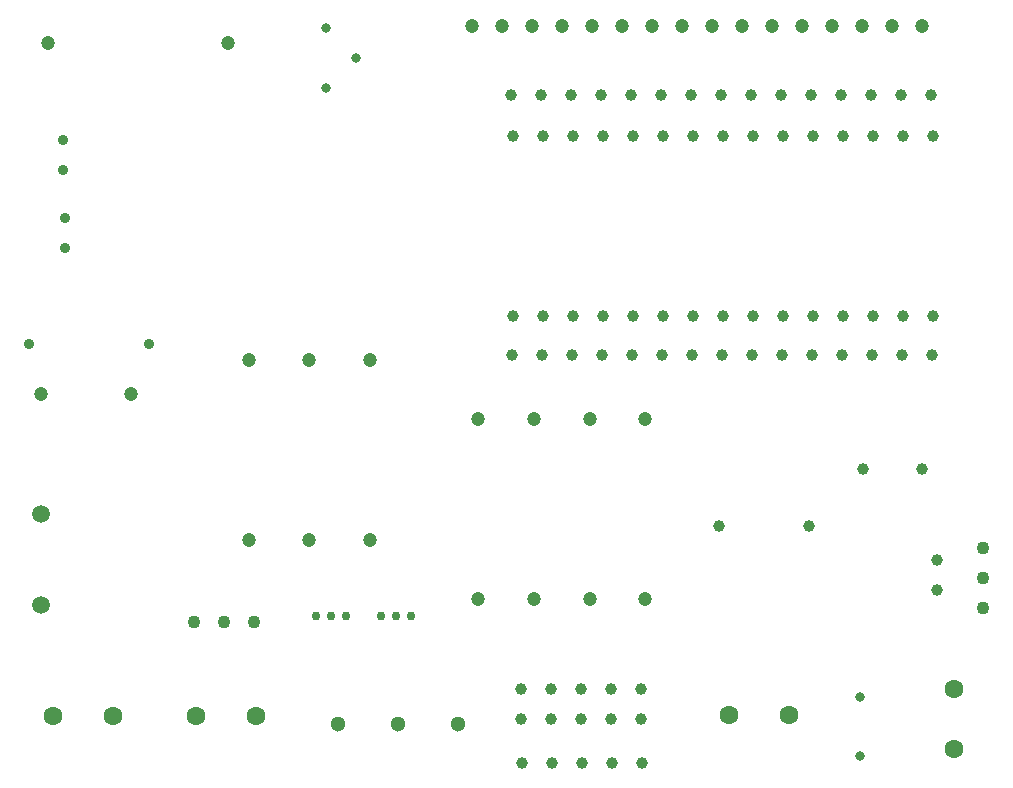
<source format=gbr>
%TF.GenerationSoftware,KiCad,Pcbnew,9.0.5*%
%TF.CreationDate,2025-11-29T23:46:50+05:30*%
%TF.ProjectId,from scrach,66726f6d-2073-4637-9261-63682e6b6963,rev?*%
%TF.SameCoordinates,Original*%
%TF.FileFunction,Plated,1,2,PTH,Drill*%
%TF.FilePolarity,Positive*%
%FSLAX46Y46*%
G04 Gerber Fmt 4.6, Leading zero omitted, Abs format (unit mm)*
G04 Created by KiCad (PCBNEW 9.0.5) date 2025-11-29 23:46:50*
%MOMM*%
%LPD*%
G01*
G04 APERTURE LIST*
%TA.AperFunction,ComponentDrill*%
%ADD10C,0.750000*%
%TD*%
%TA.AperFunction,ComponentDrill*%
%ADD11C,0.800000*%
%TD*%
%TA.AperFunction,ComponentDrill*%
%ADD12C,0.900000*%
%TD*%
%TA.AperFunction,ComponentDrill*%
%ADD13C,1.000000*%
%TD*%
%TA.AperFunction,ComponentDrill*%
%ADD14C,1.100000*%
%TD*%
%TA.AperFunction,ComponentDrill*%
%ADD15C,1.200000*%
%TD*%
%TA.AperFunction,ComponentDrill*%
%ADD16C,1.300000*%
%TD*%
%TA.AperFunction,ComponentDrill*%
%ADD17C,1.500000*%
%TD*%
%TA.AperFunction,ComponentDrill*%
%ADD18C,1.600000*%
%TD*%
G04 APERTURE END LIST*
D10*
%TO.C,Q2*%
X71304211Y-134985360D03*
X72574211Y-134985360D03*
X73844211Y-134985360D03*
%TO.C,Q1*%
X76804211Y-134985360D03*
X78074211Y-134985360D03*
X79344211Y-134985360D03*
D11*
%TO.C,RV1*%
X72100000Y-85220000D03*
X72100000Y-90300000D03*
X74640000Y-87760000D03*
%TO.C,C5*%
X117300000Y-141900000D03*
X117300000Y-146900000D03*
D12*
%TO.C,D4*%
X47020000Y-112000000D03*
%TO.C,D2*%
X49900000Y-94730000D03*
X49900000Y-97270000D03*
%TO.C,D1*%
X50000000Y-101330000D03*
X50000000Y-103870000D03*
%TO.C,D4*%
X57180000Y-112000000D03*
D13*
%TO.C,J9*%
X87817688Y-90952848D03*
%TO.C,J7*%
X87834526Y-112898151D03*
%TO.C,A1*%
X87940000Y-94360000D03*
X87940000Y-109600000D03*
%TO.C,J8*%
X88648460Y-141197884D03*
X88648460Y-143737884D03*
%TO.C,J10*%
X88680000Y-147500000D03*
%TO.C,J9*%
X90357688Y-90952848D03*
%TO.C,J7*%
X90374526Y-112898151D03*
%TO.C,A1*%
X90480000Y-94360000D03*
X90480000Y-109600000D03*
%TO.C,J8*%
X91188460Y-141197884D03*
X91188460Y-143737884D03*
%TO.C,J10*%
X91220000Y-147500000D03*
%TO.C,J9*%
X92897688Y-90952848D03*
%TO.C,J7*%
X92914526Y-112898151D03*
%TO.C,A1*%
X93020000Y-94360000D03*
X93020000Y-109600000D03*
%TO.C,J8*%
X93728460Y-141197884D03*
X93728460Y-143737884D03*
%TO.C,J10*%
X93760000Y-147500000D03*
%TO.C,J9*%
X95437688Y-90952848D03*
%TO.C,J7*%
X95454526Y-112898151D03*
%TO.C,A1*%
X95560000Y-94360000D03*
X95560000Y-109600000D03*
%TO.C,J8*%
X96268460Y-141197884D03*
X96268460Y-143737884D03*
%TO.C,J10*%
X96300000Y-147500000D03*
%TO.C,J9*%
X97977688Y-90952848D03*
%TO.C,J7*%
X97994526Y-112898151D03*
%TO.C,A1*%
X98100000Y-94360000D03*
X98100000Y-109600000D03*
%TO.C,J8*%
X98808460Y-141197884D03*
X98808460Y-143737884D03*
%TO.C,J10*%
X98840000Y-147500000D03*
%TO.C,J9*%
X100517688Y-90952848D03*
%TO.C,J7*%
X100534526Y-112898151D03*
%TO.C,A1*%
X100640000Y-94360000D03*
X100640000Y-109600000D03*
%TO.C,J9*%
X103057688Y-90952848D03*
%TO.C,J7*%
X103074526Y-112898151D03*
%TO.C,A1*%
X103180000Y-94360000D03*
X103180000Y-109600000D03*
%TO.C,BZ1*%
X105400000Y-127400000D03*
%TO.C,J9*%
X105597688Y-90952848D03*
%TO.C,J7*%
X105614526Y-112898151D03*
%TO.C,A1*%
X105720000Y-94360000D03*
X105720000Y-109600000D03*
%TO.C,J9*%
X108137688Y-90952848D03*
%TO.C,J7*%
X108154526Y-112898151D03*
%TO.C,A1*%
X108260000Y-94360000D03*
X108260000Y-109600000D03*
%TO.C,J9*%
X110677688Y-90952848D03*
%TO.C,J7*%
X110694526Y-112898151D03*
%TO.C,A1*%
X110800000Y-94360000D03*
X110800000Y-109600000D03*
%TO.C,BZ1*%
X113000000Y-127400000D03*
%TO.C,J9*%
X113217688Y-90952848D03*
%TO.C,J7*%
X113234526Y-112898151D03*
%TO.C,A1*%
X113340000Y-94360000D03*
X113340000Y-109600000D03*
%TO.C,J9*%
X115757688Y-90952848D03*
%TO.C,J7*%
X115774526Y-112898151D03*
%TO.C,A1*%
X115880000Y-94360000D03*
X115880000Y-109600000D03*
%TO.C,C4*%
X117567677Y-122600000D03*
%TO.C,J9*%
X118297688Y-90952848D03*
%TO.C,J7*%
X118314526Y-112898151D03*
%TO.C,A1*%
X118420000Y-94360000D03*
X118420000Y-109600000D03*
%TO.C,J9*%
X120837688Y-90952848D03*
%TO.C,J7*%
X120854526Y-112898151D03*
%TO.C,A1*%
X120960000Y-94360000D03*
X120960000Y-109600000D03*
%TO.C,C4*%
X122567677Y-122600000D03*
%TO.C,J9*%
X123377688Y-90952848D03*
%TO.C,J7*%
X123394526Y-112898151D03*
%TO.C,A1*%
X123500000Y-94360000D03*
X123500000Y-109600000D03*
%TO.C,J6*%
X123900000Y-130325000D03*
X123900000Y-132865000D03*
D14*
%TO.C,Q4*%
X60960000Y-135550000D03*
X63500000Y-135550000D03*
X66040000Y-135550000D03*
%TO.C,U1*%
X127757500Y-129240000D03*
X127757500Y-131780000D03*
X127757500Y-134320000D03*
D15*
%TO.C,K1*%
X47995000Y-116215000D03*
%TO.C,R1*%
X48580000Y-86500000D03*
%TO.C,K1*%
X55595000Y-116215000D03*
%TO.C,R1*%
X63820000Y-86500000D03*
%TO.C,R2*%
X65644211Y-113365360D03*
X65644211Y-128605360D03*
%TO.C,R3*%
X70700000Y-113380000D03*
X70700000Y-128620000D03*
%TO.C,R4*%
X75821184Y-113369845D03*
X75821184Y-128609845D03*
%TO.C,DS2*%
X84520000Y-85080000D03*
%TO.C,R8*%
X85036431Y-118348634D03*
X85036431Y-133588634D03*
%TO.C,DS2*%
X87060000Y-85080000D03*
X89600000Y-85080000D03*
%TO.C,R7*%
X89736431Y-118348634D03*
X89736431Y-133588634D03*
%TO.C,DS2*%
X92140000Y-85080000D03*
%TO.C,R6*%
X94486431Y-118348634D03*
X94486431Y-133588634D03*
%TO.C,DS2*%
X94680000Y-85080000D03*
X97220000Y-85080000D03*
%TO.C,R5*%
X99136431Y-118328634D03*
X99136431Y-133568634D03*
%TO.C,DS2*%
X99760000Y-85080000D03*
X102300000Y-85080000D03*
X104840000Y-85080000D03*
X107380000Y-85080000D03*
X109920000Y-85080000D03*
X112460000Y-85080000D03*
X115000000Y-85080000D03*
X117540000Y-85080000D03*
X120080000Y-85080000D03*
X122620000Y-85080000D03*
D16*
%TO.C,J1*%
X73140000Y-144200000D03*
X78220000Y-144200000D03*
X83300000Y-144200000D03*
D17*
%TO.C,K1*%
X47995000Y-126415000D03*
X47995000Y-134115000D03*
D18*
%TO.C,J3*%
X49000000Y-143500000D03*
X54080000Y-143500000D03*
%TO.C,J4*%
X61100000Y-143500000D03*
X66180000Y-143500000D03*
%TO.C,J5*%
X106260000Y-143442500D03*
X111340000Y-143442500D03*
%TO.C,J2*%
X125300000Y-141200000D03*
X125300000Y-146280000D03*
M02*

</source>
